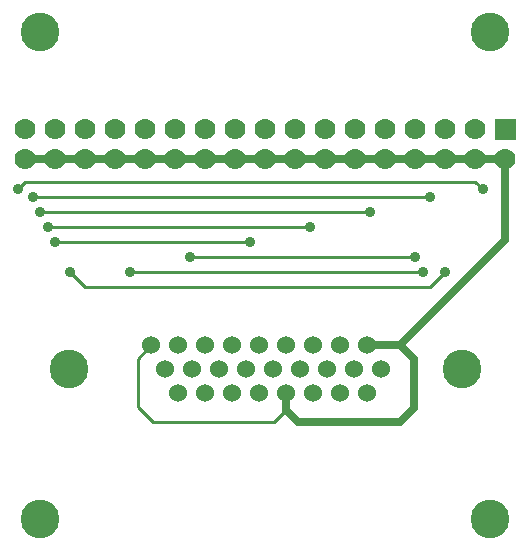
<source format=gbr>
G04 start of page 3 for group 1 idx 1 *
G04 Title: (unknown), solder *
G04 Creator: pcb 20110918 *
G04 CreationDate: Wed 06 Jul 2016 08:46:05 AM GMT UTC *
G04 For: thomasc *
G04 Format: Gerber/RS-274X *
G04 PCB-Dimensions: 190000 192500 *
G04 PCB-Coordinate-Origin: lower left *
%MOIN*%
%FSLAX25Y25*%
%LNBOTTOM*%
%ADD31C,0.0420*%
%ADD30C,0.0380*%
%ADD29C,0.0200*%
%ADD28C,0.1250*%
%ADD27C,0.0360*%
%ADD26C,0.0001*%
%ADD25C,0.0700*%
%ADD24C,0.0600*%
%ADD23C,0.1290*%
%ADD22C,0.0100*%
%ADD21C,0.0250*%
G54D21*X15000Y135000D02*X175000D01*
G54D22*X15000Y127500D02*X165000D01*
X15000D02*X12500Y125000D01*
G54D21*X129000Y73000D02*X140000D01*
X144500Y68500D01*
Y52000D01*
X140000Y47500D01*
X106000D01*
X102000Y51500D01*
Y57000D01*
X140000Y73000D02*X175000Y108000D01*
G54D22*X150000Y92500D02*X155000Y97500D01*
G54D21*X175000Y108000D02*Y135000D01*
G54D22*X165000Y127500D02*X167500Y125000D01*
X57000Y73000D02*X52500Y68500D01*
Y52500D01*
X57500Y47500D01*
X98000D01*
X102000Y51500D01*
X90000Y107500D02*X25000D01*
X22500Y112500D02*X110000D01*
X17500Y122500D02*X150000D01*
X130000Y117500D02*X20000D01*
X70000Y102500D02*X145000D01*
X50000Y97500D02*X147500D01*
X35000Y92500D02*X150000D01*
X30000Y97500D02*X35000Y92500D01*
G54D23*X29500Y65000D03*
X160500D03*
G54D24*X115500D03*
X120000Y57000D03*
X129000D03*
X124500Y65000D03*
X120000Y73000D03*
X133500Y65000D03*
X129000Y73000D03*
X97500Y65000D03*
X106500D03*
X102000Y57000D03*
Y73000D03*
X111000Y57000D03*
Y73000D03*
X93000Y57000D03*
Y73000D03*
X88500Y65000D03*
X84000Y57000D03*
X79500Y65000D03*
X75000Y57000D03*
X70500Y65000D03*
X66000Y57000D03*
X61500Y65000D03*
X84000Y73000D03*
X75000D03*
X66000D03*
X57000D03*
G54D25*X175000Y135000D03*
G54D26*G36*
X171500Y148500D02*Y141500D01*
X178500D01*
Y148500D01*
X171500D01*
G37*
G54D25*X165000Y145000D03*
X155000D03*
X165000Y135000D03*
X155000D03*
X145000D03*
X135000D03*
X125000D03*
X115000D03*
X145000Y145000D03*
X135000D03*
X125000D03*
X115000D03*
X105000Y135000D03*
X95000D03*
X85000D03*
X105000Y145000D03*
X95000D03*
X85000D03*
X75000D03*
X65000D03*
X55000D03*
X75000Y135000D03*
X65000D03*
X55000D03*
X45000D03*
Y145000D03*
X35000Y135000D03*
X25000D03*
X15000D03*
X35000Y145000D03*
X25000D03*
X15000D03*
G54D23*X20000Y15000D03*
Y177500D03*
G54D27*X17500Y122500D03*
X20000Y117500D03*
X90000Y107500D03*
X110000Y112500D03*
X22500D03*
X25000Y107500D03*
X50000Y97500D03*
X70000Y102500D03*
X30000Y97500D03*
X12500Y125000D03*
G54D23*X170000Y15000D03*
Y177500D03*
G54D27*X150000Y122500D03*
X130000Y117500D03*
X147500Y97500D03*
X145000Y102500D03*
X167500Y125000D03*
X155000Y97500D03*
G54D28*G54D29*G54D28*G54D29*G54D28*G54D30*G54D31*M02*

</source>
